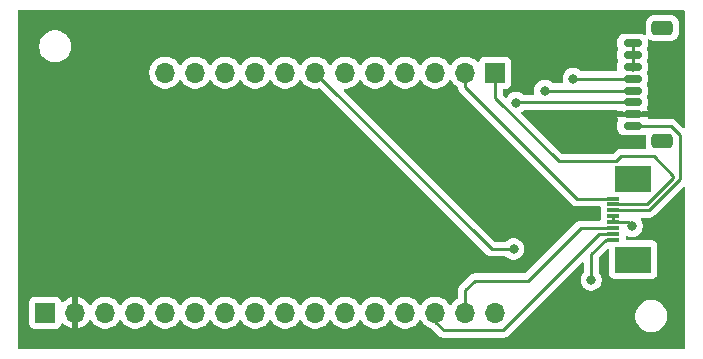
<source format=gbr>
%TF.GenerationSoftware,KiCad,Pcbnew,9.0.4*%
%TF.CreationDate,2025-11-17T08:26:25+00:00*%
%TF.ProjectId,MRF-Pro-v7.5,4d52462d-5072-46f2-9d76-372e352e6b69,rev?*%
%TF.SameCoordinates,Original*%
%TF.FileFunction,Copper,L1,Top*%
%TF.FilePolarity,Positive*%
%FSLAX46Y46*%
G04 Gerber Fmt 4.6, Leading zero omitted, Abs format (unit mm)*
G04 Created by KiCad (PCBNEW 9.0.4) date 2025-11-17 08:26:25*
%MOMM*%
%LPD*%
G01*
G04 APERTURE LIST*
G04 Aperture macros list*
%AMRoundRect*
0 Rectangle with rounded corners*
0 $1 Rounding radius*
0 $2 $3 $4 $5 $6 $7 $8 $9 X,Y pos of 4 corners*
0 Add a 4 corners polygon primitive as box body*
4,1,4,$2,$3,$4,$5,$6,$7,$8,$9,$2,$3,0*
0 Add four circle primitives for the rounded corners*
1,1,$1+$1,$2,$3*
1,1,$1+$1,$4,$5*
1,1,$1+$1,$6,$7*
1,1,$1+$1,$8,$9*
0 Add four rect primitives between the rounded corners*
20,1,$1+$1,$2,$3,$4,$5,0*
20,1,$1+$1,$4,$5,$6,$7,0*
20,1,$1+$1,$6,$7,$8,$9,0*
20,1,$1+$1,$8,$9,$2,$3,0*%
G04 Aperture macros list end*
%TA.AperFunction,ComponentPad*%
%ADD10R,1.700000X1.700000*%
%TD*%
%TA.AperFunction,ComponentPad*%
%ADD11O,1.700000X1.700000*%
%TD*%
%TA.AperFunction,SMDPad,CuDef*%
%ADD12RoundRect,0.150000X-0.625000X0.150000X-0.625000X-0.150000X0.625000X-0.150000X0.625000X0.150000X0*%
%TD*%
%TA.AperFunction,SMDPad,CuDef*%
%ADD13RoundRect,0.250000X-0.650000X0.350000X-0.650000X-0.350000X0.650000X-0.350000X0.650000X0.350000X0*%
%TD*%
%TA.AperFunction,SMDPad,CuDef*%
%ADD14R,1.100000X0.300000*%
%TD*%
%TA.AperFunction,SMDPad,CuDef*%
%ADD15R,3.100000X2.300000*%
%TD*%
%TA.AperFunction,ViaPad*%
%ADD16C,0.800000*%
%TD*%
%TA.AperFunction,Conductor*%
%ADD17C,0.250000*%
%TD*%
G04 APERTURE END LIST*
D10*
%TO.P,J2,1,Pin_1*%
%TO.N,Net-(J2-Pin_1)*%
X146050000Y-101600000D03*
D11*
%TO.P,J2,2,Pin_2*%
%TO.N,Net-(J2-Pin_2)*%
X143510000Y-101600000D03*
%TO.P,J2,3,Pin_3*%
%TO.N,unconnected-(J2-Pin_3-Pad3)*%
X140970000Y-101600000D03*
%TO.P,J2,4,Pin_4*%
%TO.N,unconnected-(J2-Pin_4-Pad4)*%
X138430000Y-101600000D03*
%TO.P,J2,5,Pin_5*%
%TO.N,Net-(J2-Pin_5)*%
X135890000Y-101600000D03*
%TO.P,J2,6,Pin_6*%
%TO.N,Net-(J2-Pin_6)*%
X133350000Y-101600000D03*
%TO.P,J2,7,Pin_7*%
%TO.N,Net-(J2-Pin_7)*%
X130810000Y-101600000D03*
%TO.P,J2,8,Pin_8*%
%TO.N,unconnected-(J2-Pin_8-Pad8)*%
X128270000Y-101600000D03*
%TO.P,J2,9,Pin_9*%
%TO.N,unconnected-(J2-Pin_9-Pad9)*%
X125730000Y-101600000D03*
%TO.P,J2,10,Pin_10*%
%TO.N,unconnected-(J2-Pin_10-Pad10)*%
X123190000Y-101600000D03*
%TO.P,J2,11,Pin_11*%
%TO.N,unconnected-(J2-Pin_11-Pad11)*%
X120650000Y-101600000D03*
%TO.P,J2,12,Pin_12*%
%TO.N,unconnected-(J2-Pin_12-Pad12)*%
X118110000Y-101600000D03*
%TD*%
D12*
%TO.P,J4,1,Pin_1*%
%TO.N,/GND*%
X157672800Y-99115400D03*
%TO.P,J4,2,Pin_2*%
X157672800Y-100115400D03*
%TO.P,J4,3,Pin_3*%
X157672800Y-101115400D03*
%TO.P,J4,4,Pin_4*%
%TO.N,Net-(J1-Pin_1)*%
X157672800Y-102115400D03*
%TO.P,J4,5,Pin_5*%
%TO.N,Net-(J2-Pin_6)*%
X157672800Y-103115400D03*
%TO.P,J4,6,Pin_6*%
%TO.N,Net-(J2-Pin_5)*%
X157672800Y-104115400D03*
%TO.P,J4,7,Pin_7*%
%TO.N,/3.3V*%
X157672800Y-105115400D03*
%TO.P,J4,8,Pin_8*%
%TO.N,Net-(J3-Pin_6)*%
X157672800Y-106115400D03*
D13*
%TO.P,J4,MP*%
%TO.N,N/C*%
X160197800Y-97815400D03*
X160197800Y-107415400D03*
%TD*%
D10*
%TO.P,J1,1,Pin_1*%
%TO.N,Net-(J1-Pin_1)*%
X107950000Y-121920000D03*
D11*
%TO.P,J1,2,Pin_2*%
%TO.N,/3.3V*%
X110490000Y-121920000D03*
%TO.P,J1,3,Pin_3*%
%TO.N,unconnected-(J1-Pin_3-Pad3)*%
X113030000Y-121920000D03*
%TO.P,J1,4,Pin_4*%
%TO.N,/GND*%
X115570000Y-121920000D03*
%TO.P,J1,5,Pin_5*%
%TO.N,unconnected-(J1-Pin_5-Pad5)*%
X118110000Y-121920000D03*
%TO.P,J1,6,Pin_6*%
%TO.N,unconnected-(J1-Pin_6-Pad6)*%
X120650000Y-121920000D03*
%TO.P,J1,7,Pin_7*%
%TO.N,unconnected-(J1-Pin_7-Pad7)*%
X123190000Y-121920000D03*
%TO.P,J1,8,Pin_8*%
%TO.N,unconnected-(J1-Pin_8-Pad8)*%
X125730000Y-121920000D03*
%TO.P,J1,9,Pin_9*%
%TO.N,unconnected-(J1-Pin_9-Pad9)*%
X128270000Y-121920000D03*
%TO.P,J1,10,Pin_10*%
%TO.N,unconnected-(J1-Pin_10-Pad10)*%
X130810000Y-121920000D03*
%TO.P,J1,11,Pin_11*%
%TO.N,unconnected-(J1-Pin_11-Pad11)*%
X133350000Y-121920000D03*
%TO.P,J1,12,Pin_12*%
%TO.N,unconnected-(J1-Pin_12-Pad12)*%
X135890000Y-121920000D03*
%TO.P,J1,13,Pin_13*%
%TO.N,unconnected-(J1-Pin_13-Pad13)*%
X138430000Y-121920000D03*
%TO.P,J1,14,Pin_14*%
%TO.N,Net-(J1-Pin_14)*%
X140970000Y-121920000D03*
%TO.P,J1,15,Pin_15*%
%TO.N,Net-(J1-Pin_15)*%
X143510000Y-121920000D03*
%TO.P,J1,16,Pin_16*%
%TO.N,unconnected-(J1-Pin_16-Pad16)*%
X146050000Y-121920000D03*
%TD*%
D14*
%TO.P,J3,1,Pin_1*%
%TO.N,Net-(J2-Pin_7)*%
X156034000Y-115761600D03*
%TO.P,J3,2,Pin_2*%
%TO.N,Net-(J1-Pin_14)*%
X156034000Y-115261600D03*
%TO.P,J3,3,Pin_3*%
%TO.N,Net-(J1-Pin_15)*%
X156034000Y-114761600D03*
%TO.P,J3,4,Pin_4*%
%TO.N,/GND*%
X156034000Y-114261600D03*
%TO.P,J3,5,Pin_5*%
X156034000Y-113761600D03*
%TO.P,J3,6,Pin_6*%
%TO.N,Net-(J3-Pin_6)*%
X156034000Y-113261600D03*
%TO.P,J3,7,Pin_7*%
%TO.N,Net-(J2-Pin_1)*%
X156034000Y-112761600D03*
%TO.P,J3,8,Pin_8*%
%TO.N,Net-(J2-Pin_2)*%
X156034000Y-112261600D03*
D15*
%TO.P,J3,MP*%
%TO.N,N/C*%
X157734000Y-117431600D03*
X157734000Y-110591600D03*
%TD*%
D16*
%TO.N,Net-(J2-Pin_6)*%
X150241000Y-103124000D03*
%TO.N,/GND*%
X157650000Y-114620000D03*
X157672800Y-101100000D03*
%TO.N,Net-(J1-Pin_1)*%
X152654000Y-102108000D03*
%TO.N,Net-(J2-Pin_5)*%
X147828000Y-104140000D03*
%TO.N,Net-(J2-Pin_7)*%
X147599400Y-116535200D03*
X154178000Y-119151400D03*
%TD*%
D17*
%TO.N,Net-(J2-Pin_6)*%
X150249600Y-103115400D02*
X157672800Y-103115400D01*
X150241000Y-103124000D02*
X150249600Y-103115400D01*
%TO.N,/GND*%
X157650000Y-114620000D02*
X157291600Y-114261600D01*
X156034000Y-113761600D02*
X156034000Y-114261600D01*
X157672800Y-99115400D02*
X157672800Y-100115400D01*
X157672800Y-100115400D02*
X157672800Y-101100000D01*
X157672800Y-101100000D02*
X157672800Y-101115400D01*
X156058000Y-113737600D02*
X156034000Y-113761600D01*
X157291600Y-114261600D02*
X156034000Y-114261600D01*
%TO.N,Net-(J1-Pin_1)*%
X152654000Y-102108000D02*
X152661400Y-102115400D01*
X152661400Y-102115400D02*
X157672800Y-102115400D01*
%TO.N,/3.3V*%
X110642400Y-121920000D02*
X110490000Y-121920000D01*
%TO.N,Net-(J1-Pin_14)*%
X140970000Y-122690000D02*
X141700000Y-123420000D01*
X140970000Y-121920000D02*
X140970000Y-122690000D01*
X146709000Y-123420000D02*
X154867400Y-115261600D01*
X141700000Y-123420000D02*
X146709000Y-123420000D01*
X154867400Y-115261600D02*
X156034000Y-115261600D01*
%TO.N,Net-(J1-Pin_15)*%
X144322400Y-119227600D02*
X148844000Y-119227600D01*
X143510000Y-120040000D02*
X144322400Y-119227600D01*
X143510000Y-121920000D02*
X143510000Y-120040000D01*
X153310000Y-114761600D02*
X156034000Y-114761600D01*
X148844000Y-119227600D02*
X153310000Y-114761600D01*
%TO.N,Net-(J2-Pin_1)*%
X156272400Y-109106800D02*
X156692600Y-108686600D01*
X146126200Y-101523800D02*
X146050000Y-101600000D01*
X158914000Y-112761600D02*
X156034000Y-112761600D01*
X159486600Y-108686600D02*
X161137600Y-110337600D01*
X161137600Y-110337600D02*
X161137600Y-110538000D01*
X161137600Y-110538000D02*
X158914000Y-112761600D01*
X151413895Y-109106800D02*
X156272400Y-109106800D01*
X146050000Y-101600000D02*
X146050000Y-103742905D01*
X146050000Y-103742905D02*
X151413895Y-109106800D01*
X156692600Y-108686600D02*
X159486600Y-108686600D01*
%TO.N,Net-(J2-Pin_2)*%
X143510000Y-101600000D02*
X143510000Y-102802081D01*
X152969519Y-112261600D02*
X156034000Y-112261600D01*
X143510000Y-102802081D02*
X152969519Y-112261600D01*
%TO.N,Net-(J2-Pin_5)*%
X147852600Y-104115400D02*
X157672800Y-104115400D01*
X147828000Y-104140000D02*
X147852600Y-104115400D01*
%TO.N,Net-(J2-Pin_7)*%
X145745200Y-116535200D02*
X147599400Y-116535200D01*
X154178000Y-116967000D02*
X155407400Y-115737600D01*
X155407400Y-115737600D02*
X156010000Y-115737600D01*
X156010000Y-115737600D02*
X156034000Y-115761600D01*
X154178000Y-119151400D02*
X154178000Y-116967000D01*
X147599400Y-116535200D02*
X147650200Y-116535200D01*
X130810000Y-101600000D02*
X145745200Y-116535200D01*
%TO.N,Net-(J3-Pin_6)*%
X156034000Y-113261600D02*
X159051810Y-113261600D01*
X161671000Y-106886400D02*
X160900000Y-106115400D01*
X161671000Y-110642410D02*
X161671000Y-106886400D01*
X160900000Y-106115400D02*
X157672800Y-106115400D01*
X159051810Y-113261600D02*
X161671000Y-110642410D01*
%TD*%
%TA.AperFunction,Conductor*%
%TO.N,/3.3V*%
G36*
X162070739Y-96286185D02*
G01*
X162116494Y-96338989D01*
X162127700Y-96390500D01*
X162127700Y-106159147D01*
X162108015Y-106226186D01*
X162055211Y-106271941D01*
X161986053Y-106281885D01*
X161922497Y-106252860D01*
X161916019Y-106246828D01*
X161395822Y-105726632D01*
X161385859Y-105716669D01*
X161385858Y-105716667D01*
X161298733Y-105629542D01*
X161247509Y-105595315D01*
X161196286Y-105561088D01*
X161196283Y-105561086D01*
X161196280Y-105561085D01*
X161122603Y-105530568D01*
X161122601Y-105530567D01*
X161115792Y-105527747D01*
X161082452Y-105513937D01*
X161022029Y-105501918D01*
X161017306Y-105500978D01*
X161017304Y-105500978D01*
X160961610Y-105489900D01*
X160961607Y-105489900D01*
X160961606Y-105489900D01*
X159069440Y-105489900D01*
X159002401Y-105470215D01*
X158956646Y-105417411D01*
X158948009Y-105368553D01*
X158945095Y-105365400D01*
X158581850Y-105365400D01*
X158547255Y-105360476D01*
X158400373Y-105317802D01*
X158400367Y-105317801D01*
X158363501Y-105314900D01*
X158363494Y-105314900D01*
X156982106Y-105314900D01*
X156982098Y-105314900D01*
X156945232Y-105317801D01*
X156945226Y-105317802D01*
X156798345Y-105360476D01*
X156763750Y-105365400D01*
X156400505Y-105365400D01*
X156400504Y-105365401D01*
X156400699Y-105367888D01*
X156400700Y-105367894D01*
X156446516Y-105525593D01*
X156446517Y-105525596D01*
X156462007Y-105551788D01*
X156479189Y-105619512D01*
X156462007Y-105678027D01*
X156446058Y-105704995D01*
X156446054Y-105705005D01*
X156400202Y-105862826D01*
X156400201Y-105862832D01*
X156397300Y-105899698D01*
X156397300Y-106331101D01*
X156400201Y-106367967D01*
X156400202Y-106367973D01*
X156446054Y-106525793D01*
X156446055Y-106525796D01*
X156529717Y-106667262D01*
X156529723Y-106667270D01*
X156645929Y-106783476D01*
X156645933Y-106783479D01*
X156645935Y-106783481D01*
X156787402Y-106867144D01*
X156787409Y-106867146D01*
X156945226Y-106912997D01*
X156945229Y-106912997D01*
X156945231Y-106912998D01*
X156982106Y-106915900D01*
X156982114Y-106915900D01*
X158363486Y-106915900D01*
X158363494Y-106915900D01*
X158400369Y-106912998D01*
X158400371Y-106912997D01*
X158400373Y-106912997D01*
X158558192Y-106867146D01*
X158558192Y-106867145D01*
X158558198Y-106867144D01*
X158617351Y-106832160D01*
X158685071Y-106814979D01*
X158751334Y-106837138D01*
X158795097Y-106891604D01*
X158803827Y-106951496D01*
X158797300Y-107015381D01*
X158797300Y-107815401D01*
X158797301Y-107815417D01*
X158808445Y-107924498D01*
X158795675Y-107993191D01*
X158747795Y-108044075D01*
X158685087Y-108061100D01*
X156760341Y-108061100D01*
X156760321Y-108061099D01*
X156754207Y-108061099D01*
X156630994Y-108061099D01*
X156530197Y-108081148D01*
X156530192Y-108081148D01*
X156510149Y-108085136D01*
X156510147Y-108085136D01*
X156462997Y-108104667D01*
X156396319Y-108132285D01*
X156396317Y-108132286D01*
X156293868Y-108200740D01*
X156179173Y-108315436D01*
X156049627Y-108444982D01*
X155988307Y-108478466D01*
X155961948Y-108481300D01*
X151724347Y-108481300D01*
X151657308Y-108461615D01*
X151636666Y-108444981D01*
X148286545Y-105094860D01*
X148278948Y-105080947D01*
X148267379Y-105070106D01*
X148262545Y-105050908D01*
X148253060Y-105033537D01*
X148254190Y-105017725D01*
X148250320Y-105002351D01*
X148256631Y-104983590D01*
X148258044Y-104963845D01*
X148267821Y-104950332D01*
X148272600Y-104936129D01*
X148291463Y-104917659D01*
X148296734Y-104910375D01*
X148300895Y-104907043D01*
X148402035Y-104839464D01*
X148469125Y-104772373D01*
X148474469Y-104768096D01*
X148500708Y-104757326D01*
X148525602Y-104743734D01*
X148536748Y-104742535D01*
X148539106Y-104741568D01*
X148541557Y-104742018D01*
X148551961Y-104740900D01*
X156276160Y-104740900D01*
X156343199Y-104760585D01*
X156388954Y-104813389D01*
X156397590Y-104862246D01*
X156400505Y-104865400D01*
X156763750Y-104865400D01*
X156798345Y-104870324D01*
X156945226Y-104912997D01*
X156945229Y-104912997D01*
X156945231Y-104912998D01*
X156982106Y-104915900D01*
X156982114Y-104915900D01*
X158363486Y-104915900D01*
X158363494Y-104915900D01*
X158400369Y-104912998D01*
X158400371Y-104912997D01*
X158400373Y-104912997D01*
X158547255Y-104870324D01*
X158581850Y-104865400D01*
X158945095Y-104865400D01*
X158945095Y-104865398D01*
X158944900Y-104862911D01*
X158944899Y-104862905D01*
X158899083Y-104705206D01*
X158899082Y-104705203D01*
X158883592Y-104679010D01*
X158866411Y-104611286D01*
X158883593Y-104552769D01*
X158899544Y-104525798D01*
X158945398Y-104367969D01*
X158948300Y-104331094D01*
X158948300Y-103899706D01*
X158945398Y-103862831D01*
X158938420Y-103838814D01*
X158911636Y-103746624D01*
X158899544Y-103705002D01*
X158899542Y-103704998D01*
X158883884Y-103678522D01*
X158866700Y-103610799D01*
X158883884Y-103552278D01*
X158899542Y-103525801D01*
X158899544Y-103525798D01*
X158945398Y-103367969D01*
X158948300Y-103331094D01*
X158948300Y-102899706D01*
X158945398Y-102862831D01*
X158944965Y-102861341D01*
X158899545Y-102705006D01*
X158899544Y-102705002D01*
X158895083Y-102697459D01*
X158883884Y-102678522D01*
X158866700Y-102610799D01*
X158883884Y-102552278D01*
X158899542Y-102525801D01*
X158899544Y-102525798D01*
X158933305Y-102409591D01*
X158945397Y-102367973D01*
X158945398Y-102367967D01*
X158948300Y-102331094D01*
X158948300Y-101899706D01*
X158945398Y-101862831D01*
X158899544Y-101705002D01*
X158883884Y-101678522D01*
X158866700Y-101610799D01*
X158883884Y-101552278D01*
X158899542Y-101525801D01*
X158899544Y-101525798D01*
X158945398Y-101367969D01*
X158948300Y-101331094D01*
X158948300Y-100899706D01*
X158945398Y-100862831D01*
X158899544Y-100705002D01*
X158897845Y-100702129D01*
X158883884Y-100678522D01*
X158866700Y-100610799D01*
X158883884Y-100552278D01*
X158899542Y-100525801D01*
X158899544Y-100525798D01*
X158945398Y-100367969D01*
X158948300Y-100331094D01*
X158948300Y-99899706D01*
X158945398Y-99862831D01*
X158899544Y-99705002D01*
X158885375Y-99681043D01*
X158883884Y-99678522D01*
X158866700Y-99610799D01*
X158883884Y-99552278D01*
X158899542Y-99525801D01*
X158899544Y-99525798D01*
X158945398Y-99367969D01*
X158948300Y-99331094D01*
X158948300Y-98899706D01*
X158948300Y-98899581D01*
X158967985Y-98832542D01*
X159020789Y-98786787D01*
X159089947Y-98776843D01*
X159137394Y-98794041D01*
X159228466Y-98850214D01*
X159395003Y-98905399D01*
X159497791Y-98915900D01*
X160897808Y-98915899D01*
X161000597Y-98905399D01*
X161167134Y-98850214D01*
X161316456Y-98758112D01*
X161440512Y-98634056D01*
X161532614Y-98484734D01*
X161587799Y-98318197D01*
X161598300Y-98215409D01*
X161598299Y-97415392D01*
X161587799Y-97312603D01*
X161532614Y-97146066D01*
X161440512Y-96996744D01*
X161316456Y-96872688D01*
X161167134Y-96780586D01*
X161000597Y-96725401D01*
X161000595Y-96725400D01*
X160897810Y-96714900D01*
X159497798Y-96714900D01*
X159497781Y-96714901D01*
X159395003Y-96725400D01*
X159395000Y-96725401D01*
X159228468Y-96780585D01*
X159228463Y-96780587D01*
X159079142Y-96872689D01*
X158955089Y-96996742D01*
X158862987Y-97146063D01*
X158862986Y-97146066D01*
X158807801Y-97312603D01*
X158807801Y-97312604D01*
X158807800Y-97312604D01*
X158797300Y-97415383D01*
X158797300Y-98215401D01*
X158797301Y-98215417D01*
X158803828Y-98279303D01*
X158791058Y-98347996D01*
X158743178Y-98398881D01*
X158675388Y-98415801D01*
X158617350Y-98398638D01*
X158593400Y-98384474D01*
X158558198Y-98363656D01*
X158558196Y-98363655D01*
X158558194Y-98363654D01*
X158400373Y-98317802D01*
X158400367Y-98317801D01*
X158363501Y-98314900D01*
X158363494Y-98314900D01*
X156982106Y-98314900D01*
X156982098Y-98314900D01*
X156945232Y-98317801D01*
X156945226Y-98317802D01*
X156787406Y-98363654D01*
X156787403Y-98363655D01*
X156645937Y-98447317D01*
X156645929Y-98447323D01*
X156529723Y-98563529D01*
X156529717Y-98563537D01*
X156446055Y-98705003D01*
X156446054Y-98705006D01*
X156400202Y-98862826D01*
X156400201Y-98862832D01*
X156397300Y-98899698D01*
X156397300Y-99331101D01*
X156400201Y-99367967D01*
X156400202Y-99367973D01*
X156446053Y-99525793D01*
X156461718Y-99552281D01*
X156478898Y-99620006D01*
X156461718Y-99678519D01*
X156446053Y-99705006D01*
X156400202Y-99862826D01*
X156400201Y-99862832D01*
X156397300Y-99899698D01*
X156397300Y-100331101D01*
X156400201Y-100367967D01*
X156400202Y-100367973D01*
X156446053Y-100525793D01*
X156461718Y-100552281D01*
X156478898Y-100620006D01*
X156461718Y-100678519D01*
X156446053Y-100705006D01*
X156400202Y-100862826D01*
X156400201Y-100862832D01*
X156397300Y-100899698D01*
X156397300Y-101331096D01*
X156397732Y-101336587D01*
X156399273Y-101356171D01*
X156384910Y-101424547D01*
X156335860Y-101474304D01*
X156275656Y-101489900D01*
X153360761Y-101489900D01*
X153293722Y-101470215D01*
X153273079Y-101453580D01*
X153228038Y-101408538D01*
X153228034Y-101408535D01*
X153080553Y-101309990D01*
X153080540Y-101309983D01*
X152916667Y-101242106D01*
X152916658Y-101242103D01*
X152742694Y-101207500D01*
X152742691Y-101207500D01*
X152565309Y-101207500D01*
X152565306Y-101207500D01*
X152391341Y-101242103D01*
X152391332Y-101242106D01*
X152227459Y-101309983D01*
X152227446Y-101309990D01*
X152079965Y-101408535D01*
X152079961Y-101408538D01*
X151954538Y-101533961D01*
X151954535Y-101533965D01*
X151855990Y-101681446D01*
X151855983Y-101681459D01*
X151788106Y-101845332D01*
X151788103Y-101845341D01*
X151753500Y-102019304D01*
X151753500Y-102019309D01*
X151753500Y-102196691D01*
X151753500Y-102196693D01*
X151753499Y-102196693D01*
X151782346Y-102341708D01*
X151776119Y-102411300D01*
X151733256Y-102466477D01*
X151667367Y-102489722D01*
X151660729Y-102489900D01*
X150931762Y-102489900D01*
X150864723Y-102470215D01*
X150844081Y-102453581D01*
X150815038Y-102424538D01*
X150815034Y-102424535D01*
X150667553Y-102325990D01*
X150667540Y-102325983D01*
X150503667Y-102258106D01*
X150503658Y-102258103D01*
X150329694Y-102223500D01*
X150329691Y-102223500D01*
X150152309Y-102223500D01*
X150152306Y-102223500D01*
X149978341Y-102258103D01*
X149978332Y-102258106D01*
X149814459Y-102325983D01*
X149814446Y-102325990D01*
X149666965Y-102424535D01*
X149666961Y-102424538D01*
X149541538Y-102549961D01*
X149541535Y-102549965D01*
X149442990Y-102697446D01*
X149442983Y-102697459D01*
X149375106Y-102861332D01*
X149375103Y-102861341D01*
X149340500Y-103035304D01*
X149340500Y-103035309D01*
X149340500Y-103212691D01*
X149340500Y-103212693D01*
X149340499Y-103212693D01*
X149366163Y-103341708D01*
X149359936Y-103411300D01*
X149317073Y-103466477D01*
X149251183Y-103489722D01*
X149244546Y-103489900D01*
X148502762Y-103489900D01*
X148435723Y-103470215D01*
X148415081Y-103453581D01*
X148402038Y-103440538D01*
X148402034Y-103440535D01*
X148254553Y-103341990D01*
X148254540Y-103341983D01*
X148090667Y-103274106D01*
X148090658Y-103274103D01*
X147916694Y-103239500D01*
X147916691Y-103239500D01*
X147739309Y-103239500D01*
X147739306Y-103239500D01*
X147565341Y-103274103D01*
X147565332Y-103274106D01*
X147401459Y-103341983D01*
X147401446Y-103341990D01*
X147253965Y-103440535D01*
X147253961Y-103440538D01*
X147128538Y-103565961D01*
X147063922Y-103662665D01*
X147047754Y-103676176D01*
X147035130Y-103693040D01*
X147021484Y-103698129D01*
X147010309Y-103707469D01*
X146989405Y-103710094D01*
X146969666Y-103717457D01*
X146955434Y-103714361D01*
X146940984Y-103716176D01*
X146921979Y-103707083D01*
X146901393Y-103702605D01*
X146881511Y-103687721D01*
X146877957Y-103686021D01*
X146873139Y-103681454D01*
X146711819Y-103520134D01*
X146678334Y-103458811D01*
X146675500Y-103432453D01*
X146675500Y-103074499D01*
X146695185Y-103007460D01*
X146747989Y-102961705D01*
X146799500Y-102950499D01*
X146947871Y-102950499D01*
X146947872Y-102950499D01*
X147007483Y-102944091D01*
X147142331Y-102893796D01*
X147257546Y-102807546D01*
X147343796Y-102692331D01*
X147394091Y-102557483D01*
X147400500Y-102497873D01*
X147400499Y-100702128D01*
X147394091Y-100642517D01*
X147392810Y-100639083D01*
X147343797Y-100507671D01*
X147343793Y-100507664D01*
X147257547Y-100392455D01*
X147257544Y-100392452D01*
X147142335Y-100306206D01*
X147142328Y-100306202D01*
X147007482Y-100255908D01*
X147007483Y-100255908D01*
X146947883Y-100249501D01*
X146947881Y-100249500D01*
X146947873Y-100249500D01*
X146947864Y-100249500D01*
X145152129Y-100249500D01*
X145152123Y-100249501D01*
X145092516Y-100255908D01*
X144957671Y-100306202D01*
X144957664Y-100306206D01*
X144842455Y-100392452D01*
X144842452Y-100392455D01*
X144756206Y-100507664D01*
X144756203Y-100507669D01*
X144707189Y-100639083D01*
X144665317Y-100695016D01*
X144599853Y-100719433D01*
X144531580Y-100704581D01*
X144503326Y-100683430D01*
X144389786Y-100569890D01*
X144217820Y-100444951D01*
X144028414Y-100348444D01*
X144028413Y-100348443D01*
X144028412Y-100348443D01*
X143826243Y-100282754D01*
X143826241Y-100282753D01*
X143826240Y-100282753D01*
X143664957Y-100257208D01*
X143616287Y-100249500D01*
X143403713Y-100249500D01*
X143355042Y-100257208D01*
X143193760Y-100282753D01*
X143092672Y-100315598D01*
X143044983Y-100331094D01*
X142991585Y-100348444D01*
X142802179Y-100444951D01*
X142630213Y-100569890D01*
X142479890Y-100720213D01*
X142354949Y-100892182D01*
X142350484Y-100900946D01*
X142302509Y-100951742D01*
X142234688Y-100968536D01*
X142168553Y-100945998D01*
X142129516Y-100900946D01*
X142125050Y-100892182D01*
X142000109Y-100720213D01*
X141849786Y-100569890D01*
X141677820Y-100444951D01*
X141488414Y-100348444D01*
X141488413Y-100348443D01*
X141488412Y-100348443D01*
X141286243Y-100282754D01*
X141286241Y-100282753D01*
X141286240Y-100282753D01*
X141124957Y-100257208D01*
X141076287Y-100249500D01*
X140863713Y-100249500D01*
X140815042Y-100257208D01*
X140653760Y-100282753D01*
X140552672Y-100315598D01*
X140504983Y-100331094D01*
X140451585Y-100348444D01*
X140262179Y-100444951D01*
X140090213Y-100569890D01*
X139939890Y-100720213D01*
X139814949Y-100892182D01*
X139810484Y-100900946D01*
X139762509Y-100951742D01*
X139694688Y-100968536D01*
X139628553Y-100945998D01*
X139589516Y-100900946D01*
X139585050Y-100892182D01*
X139460109Y-100720213D01*
X139309786Y-100569890D01*
X139137820Y-100444951D01*
X138948414Y-100348444D01*
X138948413Y-100348443D01*
X138948412Y-100348443D01*
X138746243Y-100282754D01*
X138746241Y-100282753D01*
X138746240Y-100282753D01*
X138584957Y-100257208D01*
X138536287Y-100249500D01*
X138323713Y-100249500D01*
X138275042Y-100257208D01*
X138113760Y-100282753D01*
X138012672Y-100315598D01*
X137964983Y-100331094D01*
X137911585Y-100348444D01*
X137722179Y-100444951D01*
X137550213Y-100569890D01*
X137399890Y-100720213D01*
X137274949Y-100892182D01*
X137270484Y-100900946D01*
X137222509Y-100951742D01*
X137154688Y-100968536D01*
X137088553Y-100945998D01*
X137049516Y-100900946D01*
X137045050Y-100892182D01*
X136920109Y-100720213D01*
X136769786Y-100569890D01*
X136597820Y-100444951D01*
X136408414Y-100348444D01*
X136408413Y-100348443D01*
X136408412Y-100348443D01*
X136206243Y-100282754D01*
X136206241Y-100282753D01*
X136206240Y-100282753D01*
X136044957Y-100257208D01*
X135996287Y-100249500D01*
X135783713Y-100249500D01*
X135735042Y-100257208D01*
X135573760Y-100282753D01*
X135472672Y-100315598D01*
X135424983Y-100331094D01*
X135371585Y-100348444D01*
X135182179Y-100444951D01*
X135010213Y-100569890D01*
X134859890Y-100720213D01*
X134734949Y-100892182D01*
X134730484Y-100900946D01*
X134682509Y-100951742D01*
X134614688Y-100968536D01*
X134548553Y-100945998D01*
X134509516Y-100900946D01*
X134505050Y-100892182D01*
X134380109Y-100720213D01*
X134229786Y-100569890D01*
X134057820Y-100444951D01*
X133868414Y-100348444D01*
X133868413Y-100348443D01*
X133868412Y-100348443D01*
X133666243Y-100282754D01*
X133666241Y-100282753D01*
X133666240Y-100282753D01*
X133504957Y-100257208D01*
X133456287Y-100249500D01*
X133243713Y-100249500D01*
X133195042Y-100257208D01*
X133033760Y-100282753D01*
X132932672Y-100315598D01*
X132884983Y-100331094D01*
X132831585Y-100348444D01*
X132642179Y-100444951D01*
X132470213Y-100569890D01*
X132319890Y-100720213D01*
X132194949Y-100892182D01*
X132190484Y-100900946D01*
X132142509Y-100951742D01*
X132074688Y-100968536D01*
X132008553Y-100945998D01*
X131969516Y-100900946D01*
X131965050Y-100892182D01*
X131840109Y-100720213D01*
X131689786Y-100569890D01*
X131517820Y-100444951D01*
X131328414Y-100348444D01*
X131328413Y-100348443D01*
X131328412Y-100348443D01*
X131126243Y-100282754D01*
X131126241Y-100282753D01*
X131126240Y-100282753D01*
X130964957Y-100257208D01*
X130916287Y-100249500D01*
X130703713Y-100249500D01*
X130655042Y-100257208D01*
X130493760Y-100282753D01*
X130392672Y-100315598D01*
X130344983Y-100331094D01*
X130291585Y-100348444D01*
X130102179Y-100444951D01*
X129930213Y-100569890D01*
X129779890Y-100720213D01*
X129654949Y-100892182D01*
X129650484Y-100900946D01*
X129602509Y-100951742D01*
X129534688Y-100968536D01*
X129468553Y-100945998D01*
X129429516Y-100900946D01*
X129425050Y-100892182D01*
X129300109Y-100720213D01*
X129149786Y-100569890D01*
X128977820Y-100444951D01*
X128788414Y-100348444D01*
X128788413Y-100348443D01*
X128788412Y-100348443D01*
X128586243Y-100282754D01*
X128586241Y-100282753D01*
X128586240Y-100282753D01*
X128424957Y-100257208D01*
X128376287Y-100249500D01*
X128163713Y-100249500D01*
X128115042Y-100257208D01*
X127953760Y-100282753D01*
X127852672Y-100315598D01*
X127804983Y-100331094D01*
X127751585Y-100348444D01*
X127562179Y-100444951D01*
X127390213Y-100569890D01*
X127239890Y-100720213D01*
X127114949Y-100892182D01*
X127110484Y-100900946D01*
X127062509Y-100951742D01*
X126994688Y-100968536D01*
X126928553Y-100945998D01*
X126889516Y-100900946D01*
X126885050Y-100892182D01*
X126760109Y-100720213D01*
X126609786Y-100569890D01*
X126437820Y-100444951D01*
X126248414Y-100348444D01*
X126248413Y-100348443D01*
X126248412Y-100348443D01*
X126046243Y-100282754D01*
X126046241Y-100282753D01*
X126046240Y-100282753D01*
X125884957Y-100257208D01*
X125836287Y-100249500D01*
X125623713Y-100249500D01*
X125575042Y-100257208D01*
X125413760Y-100282753D01*
X125312672Y-100315598D01*
X125264983Y-100331094D01*
X125211585Y-100348444D01*
X125022179Y-100444951D01*
X124850213Y-100569890D01*
X124699890Y-100720213D01*
X124574949Y-100892182D01*
X124570484Y-100900946D01*
X124522509Y-100951742D01*
X124454688Y-100968536D01*
X124388553Y-100945998D01*
X124349516Y-100900946D01*
X124345050Y-100892182D01*
X124220109Y-100720213D01*
X124069786Y-100569890D01*
X123897820Y-100444951D01*
X123708414Y-100348444D01*
X123708413Y-100348443D01*
X123708412Y-100348443D01*
X123506243Y-100282754D01*
X123506241Y-100282753D01*
X123506240Y-100282753D01*
X123344957Y-100257208D01*
X123296287Y-100249500D01*
X123083713Y-100249500D01*
X123035042Y-100257208D01*
X122873760Y-100282753D01*
X122772672Y-100315598D01*
X122724983Y-100331094D01*
X122671585Y-100348444D01*
X122482179Y-100444951D01*
X122310213Y-100569890D01*
X122159890Y-100720213D01*
X122034949Y-100892182D01*
X122030484Y-100900946D01*
X121982509Y-100951742D01*
X121914688Y-100968536D01*
X121848553Y-100945998D01*
X121809516Y-100900946D01*
X121805050Y-100892182D01*
X121680109Y-100720213D01*
X121529786Y-100569890D01*
X121357820Y-100444951D01*
X121168414Y-100348444D01*
X121168413Y-100348443D01*
X121168412Y-100348443D01*
X120966243Y-100282754D01*
X120966241Y-100282753D01*
X120966240Y-100282753D01*
X120804957Y-100257208D01*
X120756287Y-100249500D01*
X120543713Y-100249500D01*
X120495042Y-100257208D01*
X120333760Y-100282753D01*
X120232672Y-100315598D01*
X120184983Y-100331094D01*
X120131585Y-100348444D01*
X119942179Y-100444951D01*
X119770213Y-100569890D01*
X119619890Y-100720213D01*
X119494949Y-100892182D01*
X119490484Y-100900946D01*
X119442509Y-100951742D01*
X119374688Y-100968536D01*
X119308553Y-100945998D01*
X119269516Y-100900946D01*
X119265050Y-100892182D01*
X119140109Y-100720213D01*
X118989786Y-100569890D01*
X118817820Y-100444951D01*
X118628414Y-100348444D01*
X118628413Y-100348443D01*
X118628412Y-100348443D01*
X118426243Y-100282754D01*
X118426241Y-100282753D01*
X118426240Y-100282753D01*
X118264957Y-100257208D01*
X118216287Y-100249500D01*
X118003713Y-100249500D01*
X117955042Y-100257208D01*
X117793760Y-100282753D01*
X117692672Y-100315598D01*
X117644983Y-100331094D01*
X117591585Y-100348444D01*
X117402179Y-100444951D01*
X117230213Y-100569890D01*
X117079890Y-100720213D01*
X116954951Y-100892179D01*
X116858444Y-101081585D01*
X116792753Y-101283760D01*
X116759500Y-101493713D01*
X116759500Y-101706286D01*
X116790134Y-101899706D01*
X116792754Y-101916243D01*
X116826242Y-102019309D01*
X116858444Y-102118414D01*
X116954951Y-102307820D01*
X117079890Y-102479786D01*
X117230213Y-102630109D01*
X117402179Y-102755048D01*
X117402181Y-102755049D01*
X117402184Y-102755051D01*
X117591588Y-102851557D01*
X117793757Y-102917246D01*
X118003713Y-102950500D01*
X118003714Y-102950500D01*
X118216286Y-102950500D01*
X118216287Y-102950500D01*
X118426243Y-102917246D01*
X118628412Y-102851557D01*
X118817816Y-102755051D01*
X118886709Y-102704998D01*
X118989786Y-102630109D01*
X118989788Y-102630106D01*
X118989792Y-102630104D01*
X119140104Y-102479792D01*
X119140106Y-102479788D01*
X119140109Y-102479786D01*
X119265048Y-102307820D01*
X119265047Y-102307820D01*
X119265051Y-102307816D01*
X119269514Y-102299054D01*
X119317488Y-102248259D01*
X119385308Y-102231463D01*
X119451444Y-102253999D01*
X119490486Y-102299056D01*
X119494951Y-102307820D01*
X119619890Y-102479786D01*
X119770213Y-102630109D01*
X119942179Y-102755048D01*
X119942181Y-102755049D01*
X119942184Y-102755051D01*
X120131588Y-102851557D01*
X120333757Y-102917246D01*
X120543713Y-102950500D01*
X120543714Y-102950500D01*
X120756286Y-102950500D01*
X120756287Y-102950500D01*
X120966243Y-102917246D01*
X121168412Y-102851557D01*
X121357816Y-102755051D01*
X121426709Y-102704998D01*
X121529786Y-102630109D01*
X121529788Y-102630106D01*
X121529792Y-102630104D01*
X121680104Y-102479792D01*
X121680106Y-102479788D01*
X121680109Y-102479786D01*
X121805048Y-102307820D01*
X121805047Y-102307820D01*
X121805051Y-102307816D01*
X121809514Y-102299054D01*
X121857488Y-102248259D01*
X121925308Y-102231463D01*
X121991444Y-102253999D01*
X122030486Y-102299056D01*
X122034951Y-102307820D01*
X122159890Y-102479786D01*
X122310213Y-102630109D01*
X122482179Y-102755048D01*
X122482181Y-102755049D01*
X122482184Y-102755051D01*
X122671588Y-102851557D01*
X122873757Y-102917246D01*
X123083713Y-102950500D01*
X123083714Y-102950500D01*
X123296286Y-102950500D01*
X123296287Y-102950500D01*
X123506243Y-102917246D01*
X123708412Y-102851557D01*
X123897816Y-102755051D01*
X123966709Y-102704998D01*
X124069786Y-102630109D01*
X124069788Y-102630106D01*
X124069792Y-102630104D01*
X124220104Y-102479792D01*
X124220106Y-102479788D01*
X124220109Y-102479786D01*
X124345048Y-102307820D01*
X124345047Y-102307820D01*
X124345051Y-102307816D01*
X124349514Y-102299054D01*
X124397488Y-102248259D01*
X124465308Y-102231463D01*
X124531444Y-102253999D01*
X124570486Y-102299056D01*
X124574951Y-102307820D01*
X124699890Y-102479786D01*
X124850213Y-102630109D01*
X125022179Y-102755048D01*
X125022181Y-102755049D01*
X125022184Y-102755051D01*
X125211588Y-102851557D01*
X125413757Y-102917246D01*
X125623713Y-102950500D01*
X125623714Y-102950500D01*
X125836286Y-102950500D01*
X125836287Y-102950500D01*
X126046243Y-102917246D01*
X126248412Y-102851557D01*
X126437816Y-102755051D01*
X126506709Y-102704998D01*
X126609786Y-102630109D01*
X126609788Y-102630106D01*
X126609792Y-102630104D01*
X126760104Y-102479792D01*
X126760106Y-102479788D01*
X126760109Y-102479786D01*
X126885048Y-102307820D01*
X126885047Y-102307820D01*
X126885051Y-102307816D01*
X126889514Y-102299054D01*
X126937488Y-102248259D01*
X127005308Y-102231463D01*
X127071444Y-102253999D01*
X127110486Y-102299056D01*
X127114951Y-102307820D01*
X127239890Y-102479786D01*
X127390213Y-102630109D01*
X127562179Y-102755048D01*
X127562181Y-102755049D01*
X127562184Y-102755051D01*
X127751588Y-102851557D01*
X127953757Y-102917246D01*
X128163713Y-102950500D01*
X128163714Y-102950500D01*
X128376286Y-102950500D01*
X128376287Y-102950500D01*
X128586243Y-102917246D01*
X128788412Y-102851557D01*
X128977816Y-102755051D01*
X129046709Y-102704998D01*
X129149786Y-102630109D01*
X129149788Y-102630106D01*
X129149792Y-102630104D01*
X129300104Y-102479792D01*
X129300106Y-102479788D01*
X129300109Y-102479786D01*
X129425048Y-102307820D01*
X129425047Y-102307820D01*
X129425051Y-102307816D01*
X129429514Y-102299054D01*
X129477488Y-102248259D01*
X129545308Y-102231463D01*
X129611444Y-102253999D01*
X129650486Y-102299056D01*
X129654951Y-102307820D01*
X129779890Y-102479786D01*
X129930213Y-102630109D01*
X130102179Y-102755048D01*
X130102181Y-102755049D01*
X130102184Y-102755051D01*
X130291588Y-102851557D01*
X130493757Y-102917246D01*
X130703713Y-102950500D01*
X130703714Y-102950500D01*
X130916286Y-102950500D01*
X130916287Y-102950500D01*
X131126243Y-102917246D01*
X131141840Y-102912177D01*
X131211679Y-102910183D01*
X131267838Y-102942428D01*
X145346462Y-117021054D01*
X145346465Y-117021057D01*
X145414611Y-117066590D01*
X145448914Y-117089511D01*
X145562748Y-117136663D01*
X145683588Y-117160699D01*
X145683592Y-117160700D01*
X145683593Y-117160700D01*
X145683594Y-117160700D01*
X146900039Y-117160700D01*
X146967078Y-117180385D01*
X146987721Y-117197020D01*
X147025361Y-117234661D01*
X147025365Y-117234664D01*
X147172846Y-117333209D01*
X147172859Y-117333216D01*
X147295763Y-117384123D01*
X147336734Y-117401094D01*
X147336736Y-117401094D01*
X147336741Y-117401096D01*
X147510704Y-117435699D01*
X147510707Y-117435700D01*
X147510709Y-117435700D01*
X147688093Y-117435700D01*
X147688094Y-117435699D01*
X147746082Y-117424164D01*
X147862058Y-117401096D01*
X147862061Y-117401094D01*
X147862066Y-117401094D01*
X148025947Y-117333213D01*
X148173435Y-117234664D01*
X148298864Y-117109235D01*
X148397413Y-116961747D01*
X148465294Y-116797866D01*
X148499900Y-116623891D01*
X148499900Y-116446509D01*
X148499900Y-116446506D01*
X148499899Y-116446504D01*
X148465296Y-116272541D01*
X148465293Y-116272532D01*
X148397416Y-116108659D01*
X148397409Y-116108646D01*
X148298864Y-115961165D01*
X148298861Y-115961161D01*
X148173438Y-115835738D01*
X148173434Y-115835735D01*
X148025953Y-115737190D01*
X148025940Y-115737183D01*
X147862067Y-115669306D01*
X147862058Y-115669303D01*
X147688094Y-115634700D01*
X147688091Y-115634700D01*
X147510709Y-115634700D01*
X147510706Y-115634700D01*
X147336741Y-115669303D01*
X147336732Y-115669306D01*
X147172859Y-115737183D01*
X147172846Y-115737190D01*
X147025365Y-115835735D01*
X147025361Y-115835738D01*
X146987721Y-115873380D01*
X146926399Y-115906866D01*
X146900039Y-115909700D01*
X146055653Y-115909700D01*
X145988614Y-115890015D01*
X145967972Y-115873381D01*
X133256771Y-103162181D01*
X133223286Y-103100858D01*
X133228270Y-103031166D01*
X133270142Y-102975233D01*
X133335606Y-102950816D01*
X133344452Y-102950500D01*
X133456286Y-102950500D01*
X133456287Y-102950500D01*
X133666243Y-102917246D01*
X133868412Y-102851557D01*
X134057816Y-102755051D01*
X134126709Y-102704998D01*
X134229786Y-102630109D01*
X134229788Y-102630106D01*
X134229792Y-102630104D01*
X134380104Y-102479792D01*
X134380106Y-102479788D01*
X134380109Y-102479786D01*
X134505048Y-102307820D01*
X134505047Y-102307820D01*
X134505051Y-102307816D01*
X134509514Y-102299054D01*
X134557488Y-102248259D01*
X134625308Y-102231463D01*
X134691444Y-102253999D01*
X134730486Y-102299056D01*
X134734951Y-102307820D01*
X134859890Y-102479786D01*
X135010213Y-102630109D01*
X135182179Y-102755048D01*
X135182181Y-102755049D01*
X135182184Y-102755051D01*
X135371588Y-102851557D01*
X135573757Y-102917246D01*
X135783713Y-102950500D01*
X135783714Y-102950500D01*
X135996286Y-102950500D01*
X135996287Y-102950500D01*
X136206243Y-102917246D01*
X136408412Y-102851557D01*
X136597816Y-102755051D01*
X136666709Y-102704998D01*
X136769786Y-102630109D01*
X136769788Y-102630106D01*
X136769792Y-102630104D01*
X136920104Y-102479792D01*
X136920106Y-102479788D01*
X136920109Y-102479786D01*
X137045048Y-102307820D01*
X137045047Y-102307820D01*
X137045051Y-102307816D01*
X137049514Y-102299054D01*
X137097488Y-102248259D01*
X137165308Y-102231463D01*
X137231444Y-102253999D01*
X137270486Y-102299056D01*
X137274951Y-102307820D01*
X137399890Y-102479786D01*
X137550213Y-102630109D01*
X137722179Y-102755048D01*
X137722181Y-102755049D01*
X137722184Y-102755051D01*
X137911588Y-102851557D01*
X138113757Y-102917246D01*
X138323713Y-102950500D01*
X138323714Y-102950500D01*
X138536286Y-102950500D01*
X138536287Y-102950500D01*
X138746243Y-102917246D01*
X138948412Y-102851557D01*
X139137816Y-102755051D01*
X139206709Y-102704998D01*
X139309786Y-102630109D01*
X139309788Y-102630106D01*
X139309792Y-102630104D01*
X139460104Y-102479792D01*
X139460106Y-102479788D01*
X139460109Y-102479786D01*
X139585048Y-102307820D01*
X139585047Y-102307820D01*
X139585051Y-102307816D01*
X139589514Y-102299054D01*
X139637488Y-102248259D01*
X139705308Y-102231463D01*
X139771444Y-102253999D01*
X139810486Y-102299056D01*
X139814951Y-102307820D01*
X139939890Y-102479786D01*
X140090213Y-102630109D01*
X140262179Y-102755048D01*
X140262181Y-102755049D01*
X140262184Y-102755051D01*
X140451588Y-102851557D01*
X140653757Y-102917246D01*
X140863713Y-102950500D01*
X140863714Y-102950500D01*
X141076286Y-102950500D01*
X141076287Y-102950500D01*
X141286243Y-102917246D01*
X141488412Y-102851557D01*
X141677816Y-102755051D01*
X141746709Y-102704998D01*
X141849786Y-102630109D01*
X141849788Y-102630106D01*
X141849792Y-102630104D01*
X142000104Y-102479792D01*
X142000106Y-102479788D01*
X142000109Y-102479786D01*
X142125048Y-102307820D01*
X142125047Y-102307820D01*
X142125051Y-102307816D01*
X142129514Y-102299054D01*
X142177488Y-102248259D01*
X142245308Y-102231463D01*
X142311444Y-102253999D01*
X142350486Y-102299056D01*
X142354951Y-102307820D01*
X142479890Y-102479786D01*
X142630213Y-102630109D01*
X142802182Y-102755050D01*
X142817125Y-102762664D01*
X142820164Y-102765534D01*
X142824218Y-102766574D01*
X142845357Y-102789328D01*
X142867921Y-102810638D01*
X142869737Y-102815570D01*
X142871774Y-102817762D01*
X142876197Y-102833108D01*
X142882884Y-102851262D01*
X142884500Y-102860274D01*
X142884500Y-102863688D01*
X142890489Y-102893796D01*
X142901767Y-102950499D01*
X142905683Y-102970183D01*
X142908536Y-102984529D01*
X142955687Y-103098366D01*
X142980211Y-103135067D01*
X142984471Y-103141442D01*
X143024142Y-103200814D01*
X143111267Y-103287939D01*
X143111270Y-103287941D01*
X143118808Y-103295479D01*
X152480535Y-112657206D01*
X152480564Y-112657237D01*
X152570783Y-112747456D01*
X152570786Y-112747458D01*
X152613116Y-112775742D01*
X152673233Y-112815912D01*
X152753726Y-112849252D01*
X152787067Y-112863063D01*
X152798081Y-112865253D01*
X152818226Y-112869261D01*
X152818246Y-112869264D01*
X152818268Y-112869269D01*
X152907910Y-112887099D01*
X152907911Y-112887100D01*
X152907912Y-112887100D01*
X152907913Y-112887100D01*
X154864336Y-112887100D01*
X154866591Y-112887762D01*
X154868869Y-112887183D01*
X154899949Y-112897557D01*
X154931375Y-112906785D01*
X154932913Y-112908560D01*
X154935144Y-112909305D01*
X154955688Y-112934844D01*
X154977130Y-112959589D01*
X154977922Y-112962484D01*
X154978938Y-112963746D01*
X154987637Y-112997951D01*
X154987690Y-112998448D01*
X154987679Y-113024850D01*
X154983500Y-113063722D01*
X154983500Y-113459469D01*
X154983501Y-113459478D01*
X154987679Y-113498345D01*
X154987679Y-113524850D01*
X154983500Y-113563722D01*
X154983500Y-113959469D01*
X154983501Y-113959478D01*
X154987679Y-113998345D01*
X154987681Y-114024833D01*
X154987627Y-114025336D01*
X154960898Y-114089891D01*
X154903512Y-114129748D01*
X154864335Y-114136100D01*
X153248389Y-114136100D01*
X153197529Y-114146216D01*
X153197523Y-114146217D01*
X153187971Y-114148118D01*
X153127548Y-114160137D01*
X153095389Y-114173458D01*
X153013715Y-114207288D01*
X153013714Y-114207289D01*
X152991410Y-114222191D01*
X152991407Y-114222193D01*
X152911268Y-114275740D01*
X152867705Y-114319303D01*
X152824142Y-114362867D01*
X152824139Y-114362870D01*
X148621229Y-118565781D01*
X148559906Y-118599266D01*
X148533548Y-118602100D01*
X144260793Y-118602100D01*
X144234719Y-118607286D01*
X144234718Y-118607285D01*
X144139954Y-118626135D01*
X144139945Y-118626137D01*
X144121135Y-118633929D01*
X144106607Y-118639947D01*
X144026114Y-118673288D01*
X143978868Y-118704858D01*
X143972889Y-118708852D01*
X143972883Y-118708856D01*
X143923668Y-118741740D01*
X143880105Y-118785303D01*
X143836542Y-118828867D01*
X143024144Y-119641264D01*
X143024138Y-119641272D01*
X142955692Y-119743705D01*
X142955684Y-119743719D01*
X142927226Y-119812428D01*
X142922347Y-119824207D01*
X142920336Y-119829063D01*
X142908537Y-119857545D01*
X142908535Y-119857553D01*
X142884500Y-119978389D01*
X142884500Y-120647019D01*
X142864815Y-120714058D01*
X142816797Y-120757503D01*
X142802180Y-120764950D01*
X142630213Y-120889890D01*
X142479890Y-121040213D01*
X142354949Y-121212182D01*
X142350484Y-121220946D01*
X142302509Y-121271742D01*
X142234688Y-121288536D01*
X142168553Y-121265998D01*
X142129516Y-121220946D01*
X142125050Y-121212182D01*
X142000109Y-121040213D01*
X141849786Y-120889890D01*
X141677820Y-120764951D01*
X141488414Y-120668444D01*
X141488413Y-120668443D01*
X141488412Y-120668443D01*
X141286243Y-120602754D01*
X141286241Y-120602753D01*
X141286240Y-120602753D01*
X141124957Y-120577208D01*
X141076287Y-120569500D01*
X140863713Y-120569500D01*
X140815042Y-120577208D01*
X140653760Y-120602753D01*
X140451585Y-120668444D01*
X140262179Y-120764951D01*
X140090213Y-120889890D01*
X139939890Y-121040213D01*
X139814949Y-121212182D01*
X139810484Y-121220946D01*
X139762509Y-121271742D01*
X139694688Y-121288536D01*
X139628553Y-121265998D01*
X139589516Y-121220946D01*
X139585050Y-121212182D01*
X139460109Y-121040213D01*
X139309786Y-120889890D01*
X139137820Y-120764951D01*
X138948414Y-120668444D01*
X138948413Y-120668443D01*
X138948412Y-120668443D01*
X138746243Y-120602754D01*
X138746241Y-120602753D01*
X138746240Y-120602753D01*
X138584957Y-120577208D01*
X138536287Y-120569500D01*
X138323713Y-120569500D01*
X138275042Y-120577208D01*
X138113760Y-120602753D01*
X137911585Y-120668444D01*
X137722179Y-120764951D01*
X137550213Y-120889890D01*
X137399890Y-121040213D01*
X137274949Y-121212182D01*
X137270484Y-121220946D01*
X137222509Y-121271742D01*
X137154688Y-121288536D01*
X137088553Y-121265998D01*
X137049516Y-121220946D01*
X137045050Y-121212182D01*
X136920109Y-121040213D01*
X136769786Y-120889890D01*
X136597820Y-120764951D01*
X136408414Y-120668444D01*
X136408413Y-120668443D01*
X136408412Y-120668443D01*
X136206243Y-120602754D01*
X136206241Y-120602753D01*
X136206240Y-120602753D01*
X136044957Y-120577208D01*
X135996287Y-120569500D01*
X135783713Y-120569500D01*
X135735042Y-120577208D01*
X135573760Y-120602753D01*
X135371585Y-120668444D01*
X135182179Y-120764951D01*
X135010213Y-120889890D01*
X134859890Y-121040213D01*
X134734949Y-121212182D01*
X134730484Y-121220946D01*
X134682509Y-121271742D01*
X134614688Y-121288536D01*
X134548553Y-121265998D01*
X134509516Y-121220946D01*
X134505050Y-121212182D01*
X134380109Y-121040213D01*
X134229786Y-120889890D01*
X134057820Y-120764951D01*
X133868414Y-120668444D01*
X133868413Y-120668443D01*
X133868412Y-120668443D01*
X133666243Y-120602754D01*
X133666241Y-120602753D01*
X133666240Y-120602753D01*
X133504957Y-120577208D01*
X133456287Y-120569500D01*
X133243713Y-120569500D01*
X133195042Y-120577208D01*
X133033760Y-120602753D01*
X132831585Y-120668444D01*
X132642179Y-120764951D01*
X132470213Y-120889890D01*
X132319890Y-121040213D01*
X132194949Y-121212182D01*
X132190484Y-121220946D01*
X132142509Y-121271742D01*
X132074688Y-121288536D01*
X132008553Y-121265998D01*
X131969516Y-121220946D01*
X131965050Y-121212182D01*
X131840109Y-121040213D01*
X131689786Y-120889890D01*
X131517820Y-120764951D01*
X131328414Y-120668444D01*
X131328413Y-120668443D01*
X131328412Y-120668443D01*
X131126243Y-120602754D01*
X131126241Y-120602753D01*
X131126240Y-120602753D01*
X130964957Y-120577208D01*
X130916287Y-120569500D01*
X130703713Y-120569500D01*
X130655042Y-120577208D01*
X130493760Y-120602753D01*
X130291585Y-120668444D01*
X130102179Y-120764951D01*
X129930213Y-120889890D01*
X129779890Y-121040213D01*
X129654949Y-121212182D01*
X129650484Y-121220946D01*
X129602509Y-121271742D01*
X129534688Y-121288536D01*
X129468553Y-121265998D01*
X129429516Y-121220946D01*
X129425050Y-121212182D01*
X129300109Y-121040213D01*
X129149786Y-120889890D01*
X128977820Y-120764951D01*
X128788414Y-120668444D01*
X128788413Y-120668443D01*
X128788412Y-120668443D01*
X128586243Y-120602754D01*
X128586241Y-120602753D01*
X128586240Y-120602753D01*
X128424957Y-120577208D01*
X128376287Y-120569500D01*
X128163713Y-120569500D01*
X128115042Y-120577208D01*
X127953760Y-120602753D01*
X127751585Y-120668444D01*
X127562179Y-120764951D01*
X127390213Y-120889890D01*
X127239890Y-121040213D01*
X127114949Y-121212182D01*
X127110484Y-121220946D01*
X127062509Y-121271742D01*
X126994688Y-121288536D01*
X126928553Y-121265998D01*
X126889516Y-121220946D01*
X126885050Y-121212182D01*
X126760109Y-121040213D01*
X126609786Y-120889890D01*
X126437820Y-120764951D01*
X126248414Y-120668444D01*
X126248413Y-120668443D01*
X126248412Y-120668443D01*
X126046243Y-120602754D01*
X126046241Y-120602753D01*
X126046240Y-120602753D01*
X125884957Y-120577208D01*
X125836287Y-120569500D01*
X125623713Y-120569500D01*
X125575042Y-120577208D01*
X125413760Y-120602753D01*
X125211585Y-120668444D01*
X125022179Y-120764951D01*
X124850213Y-120889890D01*
X124699890Y-121040213D01*
X124574949Y-121212182D01*
X124570484Y-121220946D01*
X124522509Y-121271742D01*
X124454688Y-121288536D01*
X124388553Y-121265998D01*
X124349516Y-121220946D01*
X124345050Y-121212182D01*
X124220109Y-121040213D01*
X124069786Y-120889890D01*
X123897820Y-120764951D01*
X123708414Y-120668444D01*
X123708413Y-120668443D01*
X123708412Y-120668443D01*
X123506243Y-120602754D01*
X123506241Y-120602753D01*
X123506240Y-120602753D01*
X123344957Y-120577208D01*
X123296287Y-120569500D01*
X123083713Y-120569500D01*
X123035042Y-120577208D01*
X122873760Y-120602753D01*
X122671585Y-120668444D01*
X122482179Y-120764951D01*
X122310213Y-120889890D01*
X122159890Y-121040213D01*
X122034949Y-121212182D01*
X122030484Y-121220946D01*
X121982509Y-121271742D01*
X121914688Y-121288536D01*
X121848553Y-121265998D01*
X121809516Y-121220946D01*
X121805050Y-121212182D01*
X121680109Y-121040213D01*
X121529786Y-120889890D01*
X121357820Y-120764951D01*
X121168414Y-120668444D01*
X121168413Y-120668443D01*
X121168412Y-120668443D01*
X120966243Y-120602754D01*
X120966241Y-120602753D01*
X120966240Y-120602753D01*
X120804957Y-120577208D01*
X120756287Y-120569500D01*
X120543713Y-120569500D01*
X120495042Y-120577208D01*
X120333760Y-120602753D01*
X120131585Y-120668444D01*
X119942179Y-120764951D01*
X119770213Y-120889890D01*
X119619890Y-121040213D01*
X119494949Y-121212182D01*
X119490484Y-121220946D01*
X119442509Y-121271742D01*
X119374688Y-121288536D01*
X119308553Y-121265998D01*
X119269516Y-121220946D01*
X119265050Y-121212182D01*
X119140109Y-121040213D01*
X118989786Y-120889890D01*
X118817820Y-120764951D01*
X118628414Y-120668444D01*
X118628413Y-120668443D01*
X118628412Y-120668443D01*
X118426243Y-120602754D01*
X118426241Y-120602753D01*
X118426240Y-120602753D01*
X118264957Y-120577208D01*
X118216287Y-120569500D01*
X118003713Y-120569500D01*
X117955042Y-120577208D01*
X117793760Y-120602753D01*
X117591585Y-120668444D01*
X117402179Y-120764951D01*
X117230213Y-120889890D01*
X117079890Y-121040213D01*
X116954949Y-121212182D01*
X116950484Y-121220946D01*
X116902509Y-121271742D01*
X116834688Y-121288536D01*
X116768553Y-121265998D01*
X116729516Y-121220946D01*
X116725050Y-121212182D01*
X116600109Y-121040213D01*
X116449786Y-120889890D01*
X116277820Y-120764951D01*
X116088414Y-120668444D01*
X116088413Y-120668443D01*
X116088412Y-120668443D01*
X115886243Y-120602754D01*
X115886241Y-120602753D01*
X115886240Y-120602753D01*
X115724957Y-120577208D01*
X115676287Y-120569500D01*
X115463713Y-120569500D01*
X115415042Y-120577208D01*
X115253760Y-120602753D01*
X115051585Y-120668444D01*
X114862179Y-120764951D01*
X114690213Y-120889890D01*
X114539890Y-121040213D01*
X114414949Y-121212182D01*
X114410484Y-121220946D01*
X114362509Y-121271742D01*
X114294688Y-121288536D01*
X114228553Y-121265998D01*
X114189516Y-121220946D01*
X114185050Y-121212182D01*
X114060109Y-121040213D01*
X113909786Y-120889890D01*
X113737820Y-120764951D01*
X113548414Y-120668444D01*
X113548413Y-120668443D01*
X113548412Y-120668443D01*
X113346243Y-120602754D01*
X113346241Y-120602753D01*
X113346240Y-120602753D01*
X113184957Y-120577208D01*
X113136287Y-120569500D01*
X112923713Y-120569500D01*
X112875042Y-120577208D01*
X112713760Y-120602753D01*
X112511585Y-120668444D01*
X112322179Y-120764951D01*
X112150213Y-120889890D01*
X111999890Y-121040213D01*
X111874949Y-121212182D01*
X111870202Y-121221499D01*
X111822227Y-121272293D01*
X111754405Y-121289087D01*
X111688271Y-121266548D01*
X111649234Y-121221495D01*
X111644622Y-121212444D01*
X111519727Y-121040540D01*
X111519723Y-121040535D01*
X111369464Y-120890276D01*
X111369459Y-120890272D01*
X111197557Y-120765379D01*
X111008215Y-120668903D01*
X110806124Y-120603241D01*
X110740000Y-120592768D01*
X110740000Y-121486988D01*
X110682993Y-121454075D01*
X110555826Y-121420000D01*
X110424174Y-121420000D01*
X110297007Y-121454075D01*
X110240000Y-121486988D01*
X110240000Y-120592768D01*
X110239999Y-120592768D01*
X110173875Y-120603241D01*
X109971784Y-120668903D01*
X109782442Y-120765379D01*
X109610541Y-120890271D01*
X109496865Y-121003947D01*
X109435542Y-121037431D01*
X109365850Y-121032447D01*
X109309917Y-120990575D01*
X109293002Y-120959598D01*
X109243797Y-120827671D01*
X109243793Y-120827664D01*
X109157547Y-120712455D01*
X109157544Y-120712452D01*
X109042335Y-120626206D01*
X109042328Y-120626202D01*
X108907482Y-120575908D01*
X108907483Y-120575908D01*
X108847883Y-120569501D01*
X108847881Y-120569500D01*
X108847873Y-120569500D01*
X108847864Y-120569500D01*
X107052129Y-120569500D01*
X107052123Y-120569501D01*
X106992516Y-120575908D01*
X106857671Y-120626202D01*
X106857664Y-120626206D01*
X106742455Y-120712452D01*
X106742452Y-120712455D01*
X106656206Y-120827664D01*
X106656202Y-120827671D01*
X106605908Y-120962517D01*
X106599501Y-121022116D01*
X106599500Y-121022135D01*
X106599500Y-122817870D01*
X106599501Y-122817876D01*
X106605908Y-122877483D01*
X106656202Y-123012328D01*
X106656206Y-123012335D01*
X106742452Y-123127544D01*
X106742455Y-123127547D01*
X106857664Y-123213793D01*
X106857671Y-123213797D01*
X106992517Y-123264091D01*
X106992516Y-123264091D01*
X106999444Y-123264835D01*
X107052127Y-123270500D01*
X108847872Y-123270499D01*
X108907483Y-123264091D01*
X109042331Y-123213796D01*
X109157546Y-123127546D01*
X109243796Y-123012331D01*
X109293002Y-122880401D01*
X109334872Y-122824468D01*
X109400337Y-122800050D01*
X109468610Y-122814901D01*
X109496865Y-122836053D01*
X109610535Y-122949723D01*
X109610540Y-122949727D01*
X109782442Y-123074620D01*
X109971782Y-123171095D01*
X110173871Y-123236757D01*
X110240000Y-123247231D01*
X110240000Y-122353012D01*
X110297007Y-122385925D01*
X110424174Y-122420000D01*
X110555826Y-122420000D01*
X110682993Y-122385925D01*
X110740000Y-122353012D01*
X110740000Y-123247230D01*
X110806126Y-123236757D01*
X110806129Y-123236757D01*
X111008217Y-123171095D01*
X111197557Y-123074620D01*
X111369459Y-122949727D01*
X111369464Y-122949723D01*
X111519723Y-122799464D01*
X111519727Y-122799459D01*
X111644620Y-122627558D01*
X111649232Y-122618507D01*
X111697205Y-122567709D01*
X111765025Y-122550912D01*
X111831161Y-122573447D01*
X111870204Y-122618504D01*
X111874949Y-122627817D01*
X111999890Y-122799786D01*
X112150213Y-122950109D01*
X112322179Y-123075048D01*
X112322181Y-123075049D01*
X112322184Y-123075051D01*
X112511588Y-123171557D01*
X112713757Y-123237246D01*
X112923713Y-123270500D01*
X112923714Y-123270500D01*
X113136286Y-123270500D01*
X113136287Y-123270500D01*
X113346243Y-123237246D01*
X113548412Y-123171557D01*
X113737816Y-123075051D01*
X113824138Y-123012335D01*
X113909786Y-122950109D01*
X113909788Y-122950106D01*
X113909792Y-122950104D01*
X114060104Y-122799792D01*
X114060106Y-122799788D01*
X114060109Y-122799786D01*
X114185048Y-122627820D01*
X114185050Y-122627817D01*
X114185051Y-122627816D01*
X114189514Y-122619054D01*
X114237488Y-122568259D01*
X114305308Y-122551463D01*
X114371444Y-122573999D01*
X114410486Y-122619056D01*
X114414951Y-122627820D01*
X114539890Y-122799786D01*
X114690213Y-122950109D01*
X114862179Y-123075048D01*
X114862181Y-123075049D01*
X114862184Y-123075051D01*
X115051588Y-123171557D01*
X115253757Y-123237246D01*
X115463713Y-123270500D01*
X115463714Y-123270500D01*
X115676286Y-123270500D01*
X115676287Y-123270500D01*
X115886243Y-123237246D01*
X116088412Y-123171557D01*
X116277816Y-123075051D01*
X116364138Y-123012335D01*
X116449786Y-122950109D01*
X116449788Y-122950106D01*
X116449792Y-122950104D01*
X116600104Y-122799792D01*
X116600106Y-122799788D01*
X116600109Y-122799786D01*
X116725048Y-122627820D01*
X116725050Y-122627817D01*
X116725051Y-122627816D01*
X116729514Y-122619054D01*
X116777488Y-122568259D01*
X116845308Y-122551463D01*
X116911444Y-122573999D01*
X116950486Y-122619056D01*
X116954951Y-122627820D01*
X117079890Y-122799786D01*
X117230213Y-122950109D01*
X117402179Y-123075048D01*
X117402181Y-123075049D01*
X117402184Y-123075051D01*
X117591588Y-123171557D01*
X117793757Y-123237246D01*
X118003713Y-123270500D01*
X118003714Y-123270500D01*
X118216286Y-123270500D01*
X118216287Y-123270500D01*
X118426243Y-123237246D01*
X118628412Y-123171557D01*
X118817816Y-123075051D01*
X118904138Y-123012335D01*
X118989786Y-122950109D01*
X118989788Y-122950106D01*
X118989792Y-122950104D01*
X119140104Y-122799792D01*
X119140106Y-122799788D01*
X119140109Y-122799786D01*
X119265048Y-122627820D01*
X119265050Y-122627817D01*
X119265051Y-122627816D01*
X119269514Y-122619054D01*
X119317488Y-122568259D01*
X119385308Y-122551463D01*
X119451444Y-122573999D01*
X119490486Y-122619056D01*
X119494951Y-122627820D01*
X119619890Y-122799786D01*
X119770213Y-122950109D01*
X119942179Y-123075048D01*
X119942181Y-123075049D01*
X119942184Y-123075051D01*
X120131588Y-123171557D01*
X120333757Y-123237246D01*
X120543713Y-123270500D01*
X120543714Y-123270500D01*
X120756286Y-123270500D01*
X120756287Y-123270500D01*
X120966243Y-123237246D01*
X121168412Y-123171557D01*
X121357816Y-123075051D01*
X121444138Y-123012335D01*
X121529786Y-122950109D01*
X121529788Y-122950106D01*
X121529792Y-122950104D01*
X121680104Y-122799792D01*
X121680106Y-122799788D01*
X121680109Y-122799786D01*
X121805048Y-122627820D01*
X121805050Y-122627817D01*
X121805051Y-122627816D01*
X121809514Y-122619054D01*
X121857488Y-122568259D01*
X121925308Y-122551463D01*
X121991444Y-122573999D01*
X122030486Y-122619056D01*
X122034951Y-122627820D01*
X122159890Y-122799786D01*
X122310213Y-122950109D01*
X122482179Y-123075048D01*
X122482181Y-123075049D01*
X122482184Y-123075051D01*
X122671588Y-123171557D01*
X122873757Y-123237246D01*
X123083713Y-123270500D01*
X123083714Y-123270500D01*
X123296286Y-123270500D01*
X123296287Y-123270500D01*
X123506243Y-123237246D01*
X123708412Y-123171557D01*
X123897816Y-123075051D01*
X123984138Y-123012335D01*
X124069786Y-122950109D01*
X124069788Y-122950106D01*
X124069792Y-122950104D01*
X124220104Y-122799792D01*
X124220106Y-122799788D01*
X124220109Y-122799786D01*
X124345048Y-122627820D01*
X124345050Y-122627817D01*
X124345051Y-122627816D01*
X124349514Y-122619054D01*
X124397488Y-122568259D01*
X124465308Y-122551463D01*
X124531444Y-122573999D01*
X124570486Y-122619056D01*
X124574951Y-122627820D01*
X124699890Y-122799786D01*
X124850213Y-122950109D01*
X125022179Y-123075048D01*
X125022181Y-123075049D01*
X125022184Y-123075051D01*
X125211588Y-123171557D01*
X125413757Y-123237246D01*
X125623713Y-123270500D01*
X125623714Y-123270500D01*
X125836286Y-123270500D01*
X125836287Y-123270500D01*
X126046243Y-123237246D01*
X126248412Y-123171557D01*
X126437816Y-123075051D01*
X126524138Y-123012335D01*
X126609786Y-122950109D01*
X126609788Y-122950106D01*
X126609792Y-122950104D01*
X126760104Y-122799792D01*
X126760106Y-122799788D01*
X126760109Y-122799786D01*
X126885048Y-122627820D01*
X126885050Y-122627817D01*
X126885051Y-122627816D01*
X126889514Y-122619054D01*
X126937488Y-122568259D01*
X127005308Y-122551463D01*
X127071444Y-122573999D01*
X127110486Y-122619056D01*
X127114951Y-122627820D01*
X127239890Y-122799786D01*
X127390213Y-122950109D01*
X127562179Y-123075048D01*
X127562181Y-123075049D01*
X127562184Y-123075051D01*
X127751588Y-123171557D01*
X127953757Y-123237246D01*
X128163713Y-123270500D01*
X128163714Y-123270500D01*
X128376286Y-123270500D01*
X128376287Y-123270500D01*
X128586243Y-123237246D01*
X128788412Y-123171557D01*
X128977816Y-123075051D01*
X129064138Y-123012335D01*
X129149786Y-122950109D01*
X129149788Y-122950106D01*
X129149792Y-122950104D01*
X129300104Y-122799792D01*
X129300106Y-122799788D01*
X129300109Y-122799786D01*
X129425048Y-122627820D01*
X129425050Y-122627817D01*
X129425051Y-122627816D01*
X129429514Y-122619054D01*
X129477488Y-122568259D01*
X129545308Y-122551463D01*
X129611444Y-122573999D01*
X129650486Y-122619056D01*
X129654951Y-122627820D01*
X129779890Y-122799786D01*
X129930213Y-122950109D01*
X130102179Y-123075048D01*
X130102181Y-123075049D01*
X130102184Y-123075051D01*
X130291588Y-123171557D01*
X130493757Y-123237246D01*
X130703713Y-123270500D01*
X130703714Y-123270500D01*
X130916286Y-123270500D01*
X130916287Y-123270500D01*
X131126243Y-123237246D01*
X131328412Y-123171557D01*
X131517816Y-123075051D01*
X131604138Y-123012335D01*
X131689786Y-122950109D01*
X131689788Y-122950106D01*
X131689792Y-122950104D01*
X131840104Y-122799792D01*
X131840106Y-122799788D01*
X131840109Y-122799786D01*
X131965048Y-122627820D01*
X131965050Y-122627817D01*
X131965051Y-122627816D01*
X131969514Y-122619054D01*
X132017488Y-122568259D01*
X132085308Y-122551463D01*
X132151444Y-122573999D01*
X132190486Y-122619056D01*
X132194951Y-122627820D01*
X132319890Y-122799786D01*
X132470213Y-122950109D01*
X132642179Y-123075048D01*
X132642181Y-123075049D01*
X132642184Y-123075051D01*
X132831588Y-123171557D01*
X133033757Y-123237246D01*
X133243713Y-123270500D01*
X133243714Y-123270500D01*
X133456286Y-123270500D01*
X133456287Y-123270500D01*
X133666243Y-123237246D01*
X133868412Y-123171557D01*
X134057816Y-123075051D01*
X134144138Y-123012335D01*
X134229786Y-122950109D01*
X134229788Y-122950106D01*
X134229792Y-122950104D01*
X134380104Y-122799792D01*
X134380106Y-122799788D01*
X134380109Y-122799786D01*
X134505048Y-122627820D01*
X134505050Y-122627817D01*
X134505051Y-122627816D01*
X134509514Y-122619054D01*
X134557488Y-122568259D01*
X134625308Y-122551463D01*
X134691444Y-122573999D01*
X134730486Y-122619056D01*
X134734951Y-122627820D01*
X134859890Y-122799786D01*
X135010213Y-122950109D01*
X135182179Y-123075048D01*
X135182181Y-123075049D01*
X135182184Y-123075051D01*
X135371588Y-123171557D01*
X135573757Y-123237246D01*
X135783713Y-123270500D01*
X135783714Y-123270500D01*
X135996286Y-123270500D01*
X135996287Y-123270500D01*
X136206243Y-123237246D01*
X136408412Y-123171557D01*
X136597816Y-123075051D01*
X136684138Y-123012335D01*
X136769786Y-122950109D01*
X136769788Y-122950106D01*
X136769792Y-122950104D01*
X136920104Y-122799792D01*
X136920106Y-122799788D01*
X136920109Y-122799786D01*
X137045048Y-122627820D01*
X137045050Y-122627817D01*
X137045051Y-122627816D01*
X137049514Y-122619054D01*
X137097488Y-122568259D01*
X137165308Y-122551463D01*
X137231444Y-122573999D01*
X137270486Y-122619056D01*
X137274951Y-122627820D01*
X137399890Y-122799786D01*
X137550213Y-122950109D01*
X137722179Y-123075048D01*
X137722181Y-123075049D01*
X137722184Y-123075051D01*
X137911588Y-123171557D01*
X138113757Y-123237246D01*
X138323713Y-123270500D01*
X138323714Y-123270500D01*
X138536286Y-123270500D01*
X138536287Y-123270500D01*
X138746243Y-123237246D01*
X138948412Y-123171557D01*
X139137816Y-123075051D01*
X139224138Y-123012335D01*
X139309786Y-122950109D01*
X139309788Y-122950106D01*
X139309792Y-122950104D01*
X139460104Y-122799792D01*
X139460106Y-122799788D01*
X139460109Y-122799786D01*
X139585048Y-122627820D01*
X139585050Y-122627817D01*
X139585051Y-122627816D01*
X139589514Y-122619054D01*
X139637488Y-122568259D01*
X139705308Y-122551463D01*
X139771444Y-122573999D01*
X139810486Y-122619056D01*
X139814951Y-122627820D01*
X139939890Y-122799786D01*
X140090213Y-122950109D01*
X140262179Y-123075048D01*
X140262181Y-123075049D01*
X140262184Y-123075051D01*
X140351256Y-123120435D01*
X140451587Y-123171557D01*
X140451593Y-123171559D01*
X140533052Y-123198026D01*
X140594185Y-123217889D01*
X140643549Y-123248139D01*
X141214139Y-123818729D01*
X141214142Y-123818733D01*
X141301267Y-123905858D01*
X141378190Y-123957256D01*
X141383990Y-123961132D01*
X141383993Y-123961134D01*
X141403710Y-123974309D01*
X141403712Y-123974310D01*
X141403715Y-123974312D01*
X141470396Y-124001931D01*
X141470398Y-124001933D01*
X141510640Y-124018601D01*
X141517548Y-124021463D01*
X141577971Y-124033481D01*
X141638393Y-124045500D01*
X146770607Y-124045500D01*
X146831029Y-124033481D01*
X146891452Y-124021463D01*
X146924792Y-124007652D01*
X147005286Y-123974312D01*
X147056509Y-123940084D01*
X147107733Y-123905858D01*
X147194858Y-123818733D01*
X147194859Y-123818731D01*
X147201925Y-123811665D01*
X147201927Y-123811661D01*
X148920475Y-122093113D01*
X157907500Y-122093113D01*
X157907500Y-122305686D01*
X157925605Y-122420000D01*
X157940754Y-122515643D01*
X157977201Y-122627816D01*
X158006444Y-122717814D01*
X158102951Y-122907220D01*
X158227890Y-123079186D01*
X158378213Y-123229509D01*
X158550179Y-123354448D01*
X158550181Y-123354449D01*
X158550184Y-123354451D01*
X158739588Y-123450957D01*
X158941757Y-123516646D01*
X159151713Y-123549900D01*
X159151714Y-123549900D01*
X159364286Y-123549900D01*
X159364287Y-123549900D01*
X159574243Y-123516646D01*
X159776412Y-123450957D01*
X159965816Y-123354451D01*
X159987789Y-123338486D01*
X160137786Y-123229509D01*
X160137788Y-123229506D01*
X160137792Y-123229504D01*
X160288104Y-123079192D01*
X160288106Y-123079188D01*
X160288109Y-123079186D01*
X160413048Y-122907220D01*
X160413047Y-122907220D01*
X160413051Y-122907216D01*
X160509557Y-122717812D01*
X160575246Y-122515643D01*
X160608500Y-122305687D01*
X160608500Y-122093113D01*
X160575246Y-121883157D01*
X160509557Y-121680988D01*
X160413051Y-121491584D01*
X160413049Y-121491581D01*
X160413048Y-121491579D01*
X160288109Y-121319613D01*
X160137786Y-121169290D01*
X159965820Y-121044351D01*
X159776414Y-120947844D01*
X159776413Y-120947843D01*
X159776412Y-120947843D01*
X159574243Y-120882154D01*
X159574241Y-120882153D01*
X159574240Y-120882153D01*
X159412957Y-120856608D01*
X159364287Y-120848900D01*
X159151713Y-120848900D01*
X159103042Y-120856608D01*
X158941760Y-120882153D01*
X158739585Y-120947844D01*
X158550179Y-121044351D01*
X158378213Y-121169290D01*
X158227890Y-121319613D01*
X158102951Y-121491579D01*
X158006444Y-121680985D01*
X157940753Y-121883160D01*
X157907500Y-122093113D01*
X148920475Y-122093113D01*
X153340821Y-117672768D01*
X153402142Y-117639285D01*
X153471834Y-117644269D01*
X153527767Y-117686141D01*
X153552184Y-117751605D01*
X153552500Y-117760451D01*
X153552500Y-118452038D01*
X153532815Y-118519077D01*
X153516181Y-118539719D01*
X153478538Y-118577361D01*
X153478535Y-118577365D01*
X153379990Y-118724846D01*
X153379983Y-118724859D01*
X153312106Y-118888732D01*
X153312103Y-118888741D01*
X153277500Y-119062704D01*
X153277500Y-119240095D01*
X153312103Y-119414058D01*
X153312106Y-119414067D01*
X153379983Y-119577940D01*
X153379990Y-119577953D01*
X153478535Y-119725434D01*
X153478538Y-119725438D01*
X153603961Y-119850861D01*
X153603965Y-119850864D01*
X153751446Y-119949409D01*
X153751459Y-119949416D01*
X153821420Y-119978394D01*
X153915334Y-120017294D01*
X153915336Y-120017294D01*
X153915341Y-120017296D01*
X154089304Y-120051899D01*
X154089307Y-120051900D01*
X154089309Y-120051900D01*
X154266693Y-120051900D01*
X154266694Y-120051899D01*
X154324682Y-120040364D01*
X154440658Y-120017296D01*
X154440661Y-120017294D01*
X154440666Y-120017294D01*
X154604547Y-119949413D01*
X154752035Y-119850864D01*
X154877464Y-119725435D01*
X154976013Y-119577947D01*
X155043894Y-119414066D01*
X155078500Y-119240091D01*
X155078500Y-119062709D01*
X155078500Y-119062706D01*
X155078499Y-119062704D01*
X155043896Y-118888741D01*
X155043893Y-118888732D01*
X154976016Y-118724859D01*
X154976009Y-118724846D01*
X154877464Y-118577365D01*
X154877461Y-118577361D01*
X154839819Y-118539719D01*
X154806334Y-118478396D01*
X154803500Y-118452038D01*
X154803500Y-117277451D01*
X154823185Y-117210412D01*
X154839815Y-117189774D01*
X155471819Y-116557769D01*
X155533142Y-116524285D01*
X155602834Y-116529269D01*
X155658767Y-116571141D01*
X155683184Y-116636605D01*
X155683500Y-116645451D01*
X155683500Y-118629470D01*
X155683501Y-118629476D01*
X155689908Y-118689083D01*
X155740202Y-118823928D01*
X155740206Y-118823935D01*
X155826452Y-118939144D01*
X155826455Y-118939147D01*
X155941664Y-119025393D01*
X155941671Y-119025397D01*
X156076517Y-119075691D01*
X156076516Y-119075691D01*
X156083444Y-119076435D01*
X156136127Y-119082100D01*
X159331872Y-119082099D01*
X159391483Y-119075691D01*
X159526331Y-119025396D01*
X159641546Y-118939146D01*
X159727796Y-118823931D01*
X159778091Y-118689083D01*
X159784500Y-118629473D01*
X159784499Y-116233728D01*
X159778091Y-116174117D01*
X159727796Y-116039269D01*
X159727795Y-116039268D01*
X159727793Y-116039264D01*
X159641547Y-115924055D01*
X159641544Y-115924052D01*
X159526335Y-115837806D01*
X159526328Y-115837802D01*
X159391482Y-115787508D01*
X159391483Y-115787508D01*
X159331883Y-115781101D01*
X159331881Y-115781100D01*
X159331873Y-115781100D01*
X159331865Y-115781100D01*
X157208499Y-115781100D01*
X157141460Y-115761415D01*
X157095705Y-115708611D01*
X157084499Y-115657100D01*
X157084499Y-115563728D01*
X157083967Y-115558781D01*
X157096369Y-115490022D01*
X157143976Y-115438882D01*
X157211674Y-115421599D01*
X157254707Y-115430958D01*
X157387334Y-115485894D01*
X157387336Y-115485894D01*
X157387341Y-115485896D01*
X157561304Y-115520499D01*
X157561307Y-115520500D01*
X157561309Y-115520500D01*
X157738693Y-115520500D01*
X157738694Y-115520499D01*
X157796682Y-115508964D01*
X157912658Y-115485896D01*
X157912661Y-115485894D01*
X157912666Y-115485894D01*
X158076547Y-115418013D01*
X158224035Y-115319464D01*
X158349464Y-115194035D01*
X158448013Y-115046547D01*
X158515894Y-114882666D01*
X158550500Y-114708691D01*
X158550500Y-114531309D01*
X158550500Y-114531306D01*
X158550499Y-114531304D01*
X158515896Y-114357341D01*
X158515893Y-114357332D01*
X158448016Y-114193459D01*
X158448009Y-114193446D01*
X158372200Y-114079991D01*
X158351322Y-114013314D01*
X158369806Y-113945934D01*
X158421785Y-113899243D01*
X158475302Y-113887100D01*
X159113418Y-113887100D01*
X159113418Y-113887099D01*
X159203061Y-113869269D01*
X159234262Y-113863063D01*
X159267602Y-113849252D01*
X159348096Y-113815912D01*
X159399319Y-113781684D01*
X159450543Y-113747458D01*
X159537668Y-113660333D01*
X159537669Y-113660331D01*
X159544735Y-113653265D01*
X159544738Y-113653261D01*
X161916019Y-111281980D01*
X161977342Y-111248495D01*
X162047034Y-111253479D01*
X162102967Y-111295351D01*
X162127384Y-111360815D01*
X162127700Y-111369661D01*
X162127700Y-124868900D01*
X162108015Y-124935939D01*
X162055211Y-124981694D01*
X162003700Y-124992900D01*
X105788500Y-124992900D01*
X105721461Y-124973215D01*
X105675706Y-124920411D01*
X105664500Y-124868900D01*
X105664500Y-99258513D01*
X107437700Y-99258513D01*
X107437700Y-99471086D01*
X107470554Y-99678522D01*
X107470954Y-99681043D01*
X107530019Y-99862826D01*
X107536644Y-99883214D01*
X107633151Y-100072620D01*
X107758090Y-100244586D01*
X107908413Y-100394909D01*
X108080379Y-100519848D01*
X108080381Y-100519849D01*
X108080384Y-100519851D01*
X108269788Y-100616357D01*
X108471957Y-100682046D01*
X108681913Y-100715300D01*
X108681914Y-100715300D01*
X108894486Y-100715300D01*
X108894487Y-100715300D01*
X109104443Y-100682046D01*
X109306612Y-100616357D01*
X109496016Y-100519851D01*
X109599108Y-100444951D01*
X109667986Y-100394909D01*
X109667988Y-100394906D01*
X109667992Y-100394904D01*
X109818304Y-100244592D01*
X109818306Y-100244588D01*
X109818309Y-100244586D01*
X109943248Y-100072620D01*
X109943247Y-100072620D01*
X109943251Y-100072616D01*
X110039757Y-99883212D01*
X110105446Y-99681043D01*
X110138700Y-99471087D01*
X110138700Y-99258513D01*
X110105446Y-99048557D01*
X110039757Y-98846388D01*
X109943251Y-98656984D01*
X109943249Y-98656981D01*
X109943248Y-98656979D01*
X109818309Y-98485013D01*
X109667986Y-98334690D01*
X109496020Y-98209751D01*
X109306614Y-98113244D01*
X109306613Y-98113243D01*
X109306612Y-98113243D01*
X109104443Y-98047554D01*
X109104441Y-98047553D01*
X109104440Y-98047553D01*
X108943157Y-98022008D01*
X108894487Y-98014300D01*
X108681913Y-98014300D01*
X108633242Y-98022008D01*
X108471960Y-98047553D01*
X108269785Y-98113244D01*
X108080379Y-98209751D01*
X107908413Y-98334690D01*
X107758090Y-98485013D01*
X107633151Y-98656979D01*
X107536644Y-98846385D01*
X107470953Y-99048560D01*
X107437700Y-99258513D01*
X105664500Y-99258513D01*
X105664500Y-96390500D01*
X105684185Y-96323461D01*
X105736989Y-96277706D01*
X105788500Y-96266500D01*
X162003700Y-96266500D01*
X162070739Y-96286185D01*
G37*
%TD.AperFunction*%
%TD*%
M02*

</source>
